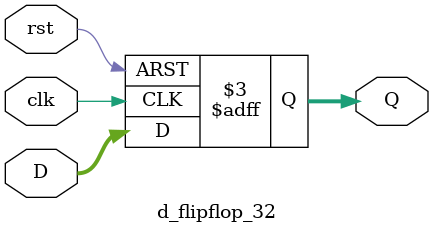
<source format=sv>
module d_flipflop_32(input  logic [31:0] D, 
input logic clk, rst,
  output logic[31:0] Q
);
  always_ff @(posedge clk, negedge rst) begin
    if (!rst) begin
      Q  <= 0;
    end else begin
      Q  <= D;
    end
end
endmodule
</source>
